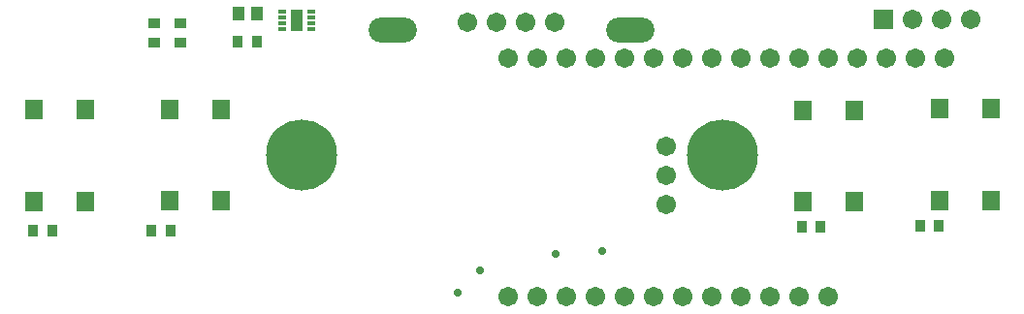
<source format=gts>
G04*
G04 #@! TF.GenerationSoftware,Altium Limited,Altium Designer,18.1.9 (240)*
G04*
G04 Layer_Color=8388736*
%FSAX25Y25*%
%MOIN*%
G70*
G01*
G75*
%ADD19R,0.06312X0.07099*%
%ADD20R,0.03556X0.04147*%
%ADD21R,0.04343X0.07296*%
%ADD22R,0.02965X0.01784*%
%ADD23R,0.04147X0.04540*%
%ADD24R,0.04147X0.03556*%
%ADD25C,0.06706*%
%ADD26R,0.06706X0.06706*%
%ADD27C,0.06710*%
%ADD28C,0.06706*%
%ADD29O,0.16548X0.08674*%
%ADD30C,0.24422*%
%ADD31C,0.02769*%
D19*
X0610709Y0383347D02*
D03*
X0628425D02*
D03*
X0610709Y0414843D02*
D03*
X0628425D02*
D03*
X0363858Y0414567D02*
D03*
X0346142D02*
D03*
X0363858Y0383071D02*
D03*
X0346142D02*
D03*
X0563898Y0382835D02*
D03*
X0581614D02*
D03*
X0563898Y0414331D02*
D03*
X0581614D02*
D03*
X0317047Y0414370D02*
D03*
X0299331D02*
D03*
X0317047Y0382874D02*
D03*
X0299331D02*
D03*
D20*
X0346358Y0372776D02*
D03*
X0339862D02*
D03*
X0610610Y0374547D02*
D03*
X0604114D02*
D03*
X0299272Y0372815D02*
D03*
X0305768D02*
D03*
X0563406Y0374272D02*
D03*
X0569902D02*
D03*
X0375965Y0437933D02*
D03*
X0369468D02*
D03*
D21*
X0389764Y0445276D02*
D03*
D22*
X0384744Y0448228D02*
D03*
Y0446260D02*
D03*
Y0444291D02*
D03*
Y0442323D02*
D03*
X0394783Y0448228D02*
D03*
Y0446260D02*
D03*
Y0444291D02*
D03*
Y0442323D02*
D03*
D23*
X0376063Y0447362D02*
D03*
X0369764D02*
D03*
D24*
X0349862Y0444075D02*
D03*
Y0437579D02*
D03*
X0340807Y0444075D02*
D03*
Y0437579D02*
D03*
D25*
X0621575Y0445472D02*
D03*
X0611575D02*
D03*
X0601575D02*
D03*
D26*
X0591575D02*
D03*
D27*
X0478504Y0444606D02*
D03*
X0468465Y0444567D02*
D03*
X0458465D02*
D03*
X0516850Y0391850D02*
D03*
Y0381850D02*
D03*
D28*
X0448465Y0444606D02*
D03*
X0462598Y0432244D02*
D03*
X0472598D02*
D03*
X0612598D02*
D03*
X0602598D02*
D03*
X0592598D02*
D03*
X0582598D02*
D03*
X0572598D02*
D03*
X0562598D02*
D03*
X0552598Y0432205D02*
D03*
X0482598Y0432244D02*
D03*
X0492598D02*
D03*
X0502598D02*
D03*
X0512598D02*
D03*
X0542598D02*
D03*
X0532598D02*
D03*
X0522598D02*
D03*
X0572598Y0350118D02*
D03*
X0562598D02*
D03*
X0552598D02*
D03*
X0542598D02*
D03*
X0532598D02*
D03*
X0522598D02*
D03*
X0512598D02*
D03*
X0502598D02*
D03*
X0492598D02*
D03*
X0482598D02*
D03*
X0472598D02*
D03*
X0462598D02*
D03*
X0516811Y0401850D02*
D03*
D29*
X0422835Y0441968D02*
D03*
X0504528D02*
D03*
D30*
X0391339Y0398898D02*
D03*
X0536221Y0398819D02*
D03*
D31*
X0444961Y0351496D02*
D03*
X0452835Y0359252D02*
D03*
X0478819Y0364764D02*
D03*
X0494685Y0366024D02*
D03*
M02*

</source>
